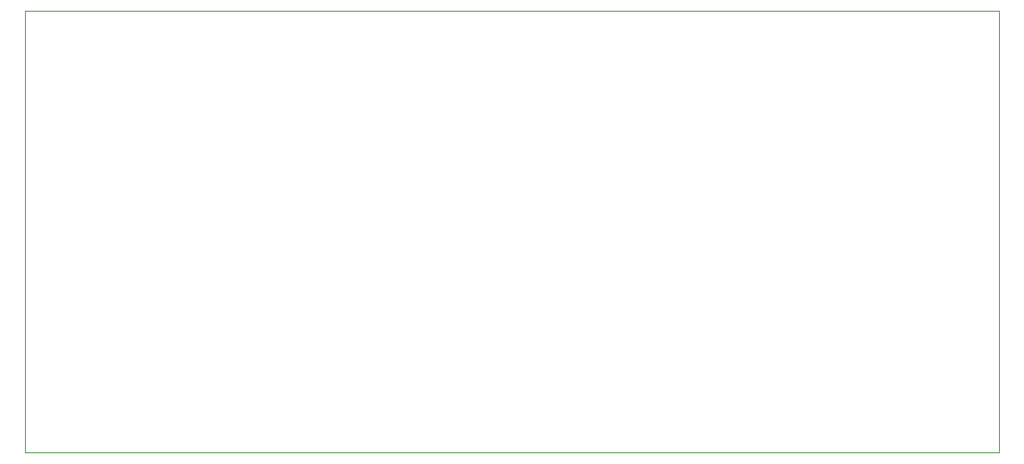
<source format=gm1>
%TF.GenerationSoftware,KiCad,Pcbnew,7.0.5-7.0.5~ubuntu23.04.1*%
%TF.CreationDate,2023-07-09T19:19:44+02:00*%
%TF.ProjectId,omega-pico,6f6d6567-612d-4706-9963-6f2e6b696361,rev?*%
%TF.SameCoordinates,Original*%
%TF.FileFunction,Profile,NP*%
%FSLAX46Y46*%
G04 Gerber Fmt 4.6, Leading zero omitted, Abs format (unit mm)*
G04 Created by KiCad (PCBNEW 7.0.5-7.0.5~ubuntu23.04.1) date 2023-07-09 19:19:44*
%MOMM*%
%LPD*%
G01*
G04 APERTURE LIST*
%TA.AperFunction,Profile*%
%ADD10C,0.100000*%
%TD*%
G04 APERTURE END LIST*
D10*
X67581000Y-62810696D02*
X166581000Y-62810696D01*
X166581000Y-107742000D01*
X67581000Y-107742000D01*
X67581000Y-62810696D01*
M02*

</source>
